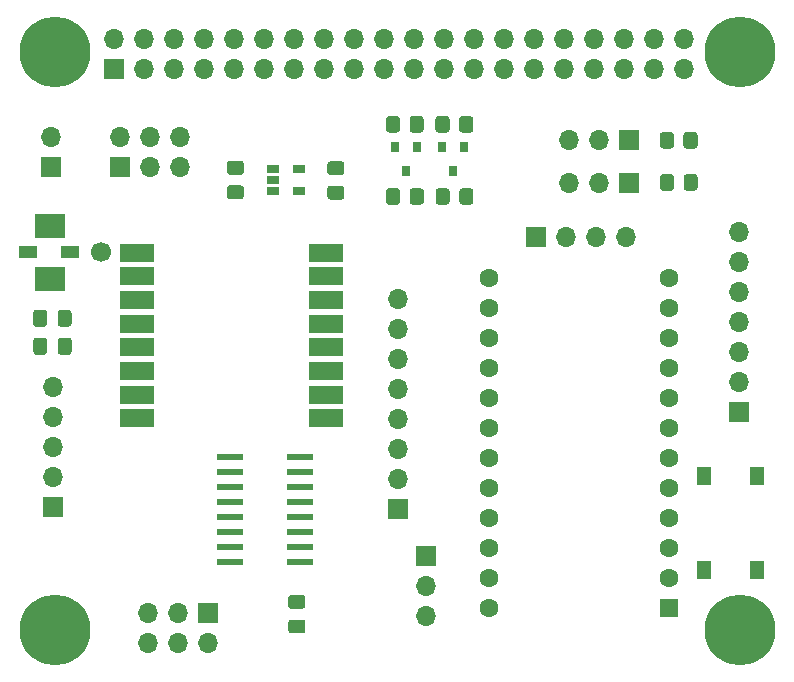
<source format=gbr>
%TF.GenerationSoftware,KiCad,Pcbnew,(5.1.10)-1*%
%TF.CreationDate,2022-02-24T11:14:30+08:00*%
%TF.ProjectId,hat,6861742e-6b69-4636-9164-5f7063625858,rev?*%
%TF.SameCoordinates,Original*%
%TF.FileFunction,Soldermask,Top*%
%TF.FilePolarity,Negative*%
%FSLAX46Y46*%
G04 Gerber Fmt 4.6, Leading zero omitted, Abs format (unit mm)*
G04 Created by KiCad (PCBNEW (5.1.10)-1) date 2022-02-24 11:14:30*
%MOMM*%
%LPD*%
G01*
G04 APERTURE LIST*
%ADD10O,1.700000X1.700000*%
%ADD11R,1.700000X1.700000*%
%ADD12R,1.060000X0.650000*%
%ADD13C,1.600000*%
%ADD14R,1.600000X1.600000*%
%ADD15R,2.200000X0.600000*%
%ADD16R,2.500000X2.000000*%
%ADD17R,1.500000X1.000000*%
%ADD18R,3.000000X1.524000*%
%ADD19R,1.300000X1.550000*%
%ADD20R,0.800000X0.900000*%
%ADD21C,1.700000*%
%ADD22C,6.000000*%
G04 APERTURE END LIST*
D10*
%TO.C,SPI_PORT1*%
X181470000Y-82800000D03*
X181470000Y-85340000D03*
X181470000Y-87880000D03*
X181470000Y-90420000D03*
X181470000Y-92960000D03*
X181470000Y-95500000D03*
D11*
X181470000Y-98040000D03*
%TD*%
D10*
%TO.C,J3*%
X154900000Y-115280000D03*
X154900000Y-112740000D03*
D11*
X154900000Y-110200000D03*
%TD*%
D10*
%TO.C,J4*%
X123340000Y-95900000D03*
X123340000Y-98440000D03*
X123340000Y-100980000D03*
X123340000Y-103520000D03*
D11*
X123340000Y-106060000D03*
%TD*%
D12*
%TO.C,U5*%
X144180000Y-77440000D03*
X144180000Y-79340000D03*
X141980000Y-79340000D03*
X141980000Y-78390000D03*
X141980000Y-77440000D03*
%TD*%
D13*
%TO.C,U4*%
X160230000Y-114630000D03*
X160230000Y-112090000D03*
X160230000Y-109550000D03*
X160230000Y-107010000D03*
X160230000Y-104470000D03*
X160230000Y-101930000D03*
X160230000Y-99390000D03*
X160230000Y-96850000D03*
X160230000Y-94310000D03*
X160230000Y-91770000D03*
X160230000Y-89230000D03*
X160230000Y-86690000D03*
X175470000Y-86690000D03*
X175470000Y-89230000D03*
X175470000Y-91770000D03*
X175470000Y-94310000D03*
X175470000Y-96850000D03*
X175470000Y-99390000D03*
X175470000Y-101930000D03*
X175470000Y-104470000D03*
X175470000Y-107010000D03*
X175470000Y-109550000D03*
X175470000Y-112090000D03*
D14*
X175470000Y-114630000D03*
%TD*%
D15*
%TO.C,U3*%
X144300000Y-101855000D03*
X138300000Y-101855000D03*
X144300000Y-103125000D03*
X138300000Y-103125000D03*
X144300000Y-104395000D03*
X138300000Y-104395000D03*
X144300000Y-105665000D03*
X138300000Y-105665000D03*
X144300000Y-106935000D03*
X138300000Y-106935000D03*
X144300000Y-108205000D03*
X138300000Y-108205000D03*
X144300000Y-109475000D03*
X138300000Y-109475000D03*
X144300000Y-110745000D03*
X138300000Y-110745000D03*
%TD*%
D16*
%TO.C,U2*%
X123070000Y-82285000D03*
D17*
X121220000Y-84510000D03*
D16*
X123070000Y-86735000D03*
D17*
X124820000Y-84510000D03*
%TD*%
D18*
%TO.C,U1*%
X130430000Y-84540000D03*
X130430000Y-86540000D03*
X130430000Y-88540000D03*
X130430000Y-90540000D03*
X130430000Y-92540000D03*
X130430000Y-94540000D03*
X130430000Y-96540000D03*
X130430000Y-98540000D03*
X146430000Y-84540000D03*
X146430000Y-86540000D03*
X146430000Y-88540000D03*
X146430000Y-90540000D03*
X146430000Y-92540000D03*
X146430000Y-94540000D03*
X146430000Y-96540000D03*
X146430000Y-98540000D03*
%TD*%
D19*
%TO.C,SW1*%
X182990000Y-103470000D03*
X178490000Y-103470000D03*
X178490000Y-111420000D03*
X182990000Y-111420000D03*
%TD*%
D10*
%TO.C,SDA_PU1*%
X167060000Y-74980000D03*
X169600000Y-74980000D03*
D11*
X172140000Y-74980000D03*
%TD*%
D10*
%TO.C,SCL_PU1*%
X167070000Y-78590000D03*
X169610000Y-78590000D03*
D11*
X172150000Y-78590000D03*
%TD*%
%TO.C,R6*%
G36*
G01*
X175940000Y-78129999D02*
X175940000Y-79030001D01*
G75*
G02*
X175690001Y-79280000I-249999J0D01*
G01*
X174989999Y-79280000D01*
G75*
G02*
X174740000Y-79030001I0J249999D01*
G01*
X174740000Y-78129999D01*
G75*
G02*
X174989999Y-77880000I249999J0D01*
G01*
X175690001Y-77880000D01*
G75*
G02*
X175940000Y-78129999I0J-249999D01*
G01*
G37*
G36*
G01*
X177940000Y-78129999D02*
X177940000Y-79030001D01*
G75*
G02*
X177690001Y-79280000I-249999J0D01*
G01*
X176989999Y-79280000D01*
G75*
G02*
X176740000Y-79030001I0J249999D01*
G01*
X176740000Y-78129999D01*
G75*
G02*
X176989999Y-77880000I249999J0D01*
G01*
X177690001Y-77880000D01*
G75*
G02*
X177940000Y-78129999I0J-249999D01*
G01*
G37*
%TD*%
%TO.C,R5*%
G36*
G01*
X175930000Y-74559999D02*
X175930000Y-75460001D01*
G75*
G02*
X175680001Y-75710000I-249999J0D01*
G01*
X174979999Y-75710000D01*
G75*
G02*
X174730000Y-75460001I0J249999D01*
G01*
X174730000Y-74559999D01*
G75*
G02*
X174979999Y-74310000I249999J0D01*
G01*
X175680001Y-74310000D01*
G75*
G02*
X175930000Y-74559999I0J-249999D01*
G01*
G37*
G36*
G01*
X177930000Y-74559999D02*
X177930000Y-75460001D01*
G75*
G02*
X177680001Y-75710000I-249999J0D01*
G01*
X176979999Y-75710000D01*
G75*
G02*
X176730000Y-75460001I0J249999D01*
G01*
X176730000Y-74559999D01*
G75*
G02*
X176979999Y-74310000I249999J0D01*
G01*
X177680001Y-74310000D01*
G75*
G02*
X177930000Y-74559999I0J-249999D01*
G01*
G37*
%TD*%
%TO.C,R4*%
G36*
G01*
X152750000Y-79319999D02*
X152750000Y-80220001D01*
G75*
G02*
X152500001Y-80470000I-249999J0D01*
G01*
X151799999Y-80470000D01*
G75*
G02*
X151550000Y-80220001I0J249999D01*
G01*
X151550000Y-79319999D01*
G75*
G02*
X151799999Y-79070000I249999J0D01*
G01*
X152500001Y-79070000D01*
G75*
G02*
X152750000Y-79319999I0J-249999D01*
G01*
G37*
G36*
G01*
X154750000Y-79319999D02*
X154750000Y-80220001D01*
G75*
G02*
X154500001Y-80470000I-249999J0D01*
G01*
X153799999Y-80470000D01*
G75*
G02*
X153550000Y-80220001I0J249999D01*
G01*
X153550000Y-79319999D01*
G75*
G02*
X153799999Y-79070000I249999J0D01*
G01*
X154500001Y-79070000D01*
G75*
G02*
X154750000Y-79319999I0J-249999D01*
G01*
G37*
%TD*%
%TO.C,R3*%
G36*
G01*
X157750000Y-80220001D02*
X157750000Y-79319999D01*
G75*
G02*
X157999999Y-79070000I249999J0D01*
G01*
X158700001Y-79070000D01*
G75*
G02*
X158950000Y-79319999I0J-249999D01*
G01*
X158950000Y-80220001D01*
G75*
G02*
X158700001Y-80470000I-249999J0D01*
G01*
X157999999Y-80470000D01*
G75*
G02*
X157750000Y-80220001I0J249999D01*
G01*
G37*
G36*
G01*
X155750000Y-80220001D02*
X155750000Y-79319999D01*
G75*
G02*
X155999999Y-79070000I249999J0D01*
G01*
X156700001Y-79070000D01*
G75*
G02*
X156950000Y-79319999I0J-249999D01*
G01*
X156950000Y-80220001D01*
G75*
G02*
X156700001Y-80470000I-249999J0D01*
G01*
X155999999Y-80470000D01*
G75*
G02*
X155750000Y-80220001I0J249999D01*
G01*
G37*
%TD*%
%TO.C,R2*%
G36*
G01*
X152740000Y-73209999D02*
X152740000Y-74110001D01*
G75*
G02*
X152490001Y-74360000I-249999J0D01*
G01*
X151789999Y-74360000D01*
G75*
G02*
X151540000Y-74110001I0J249999D01*
G01*
X151540000Y-73209999D01*
G75*
G02*
X151789999Y-72960000I249999J0D01*
G01*
X152490001Y-72960000D01*
G75*
G02*
X152740000Y-73209999I0J-249999D01*
G01*
G37*
G36*
G01*
X154740000Y-73209999D02*
X154740000Y-74110001D01*
G75*
G02*
X154490001Y-74360000I-249999J0D01*
G01*
X153789999Y-74360000D01*
G75*
G02*
X153540000Y-74110001I0J249999D01*
G01*
X153540000Y-73209999D01*
G75*
G02*
X153789999Y-72960000I249999J0D01*
G01*
X154490001Y-72960000D01*
G75*
G02*
X154740000Y-73209999I0J-249999D01*
G01*
G37*
%TD*%
%TO.C,R1*%
G36*
G01*
X156940000Y-73209999D02*
X156940000Y-74110001D01*
G75*
G02*
X156690001Y-74360000I-249999J0D01*
G01*
X155989999Y-74360000D01*
G75*
G02*
X155740000Y-74110001I0J249999D01*
G01*
X155740000Y-73209999D01*
G75*
G02*
X155989999Y-72960000I249999J0D01*
G01*
X156690001Y-72960000D01*
G75*
G02*
X156940000Y-73209999I0J-249999D01*
G01*
G37*
G36*
G01*
X158940000Y-73209999D02*
X158940000Y-74110001D01*
G75*
G02*
X158690001Y-74360000I-249999J0D01*
G01*
X157989999Y-74360000D01*
G75*
G02*
X157740000Y-74110001I0J249999D01*
G01*
X157740000Y-73209999D01*
G75*
G02*
X157989999Y-72960000I249999J0D01*
G01*
X158690001Y-72960000D01*
G75*
G02*
X158940000Y-73209999I0J-249999D01*
G01*
G37*
%TD*%
D20*
%TO.C,Q2*%
X153240000Y-77620000D03*
X152290000Y-75620000D03*
X154190000Y-75620000D03*
%TD*%
%TO.C,Q1*%
X157240000Y-77620000D03*
X156290000Y-75620000D03*
X158190000Y-75620000D03*
%TD*%
D10*
%TO.C,J7*%
X131420000Y-117540000D03*
X131420000Y-115000000D03*
X133960000Y-117540000D03*
X133960000Y-115000000D03*
X136500000Y-117540000D03*
D11*
X136500000Y-115000000D03*
%TD*%
D10*
%TO.C,J6*%
X134100000Y-74770000D03*
X134100000Y-77310000D03*
X131560000Y-74770000D03*
X131560000Y-77310000D03*
X129020000Y-74770000D03*
D11*
X129020000Y-77310000D03*
%TD*%
D21*
%TO.C,J2*%
X127450000Y-84480000D03*
%TD*%
D10*
%TO.C,I2C_PORT1*%
X171850000Y-83160000D03*
X169310000Y-83160000D03*
X166770000Y-83160000D03*
D11*
X164230000Y-83160000D03*
%TD*%
D10*
%TO.C,FAN1*%
X123150000Y-74770000D03*
D11*
X123150000Y-77310000D03*
%TD*%
%TO.C,C5*%
G36*
G01*
X146825000Y-78857500D02*
X147775000Y-78857500D01*
G75*
G02*
X148025000Y-79107500I0J-250000D01*
G01*
X148025000Y-79782500D01*
G75*
G02*
X147775000Y-80032500I-250000J0D01*
G01*
X146825000Y-80032500D01*
G75*
G02*
X146575000Y-79782500I0J250000D01*
G01*
X146575000Y-79107500D01*
G75*
G02*
X146825000Y-78857500I250000J0D01*
G01*
G37*
G36*
G01*
X146825000Y-76782500D02*
X147775000Y-76782500D01*
G75*
G02*
X148025000Y-77032500I0J-250000D01*
G01*
X148025000Y-77707500D01*
G75*
G02*
X147775000Y-77957500I-250000J0D01*
G01*
X146825000Y-77957500D01*
G75*
G02*
X146575000Y-77707500I0J250000D01*
G01*
X146575000Y-77032500D01*
G75*
G02*
X146825000Y-76782500I250000J0D01*
G01*
G37*
%TD*%
%TO.C,C4*%
G36*
G01*
X138325000Y-78827500D02*
X139275000Y-78827500D01*
G75*
G02*
X139525000Y-79077500I0J-250000D01*
G01*
X139525000Y-79752500D01*
G75*
G02*
X139275000Y-80002500I-250000J0D01*
G01*
X138325000Y-80002500D01*
G75*
G02*
X138075000Y-79752500I0J250000D01*
G01*
X138075000Y-79077500D01*
G75*
G02*
X138325000Y-78827500I250000J0D01*
G01*
G37*
G36*
G01*
X138325000Y-76752500D02*
X139275000Y-76752500D01*
G75*
G02*
X139525000Y-77002500I0J-250000D01*
G01*
X139525000Y-77677500D01*
G75*
G02*
X139275000Y-77927500I-250000J0D01*
G01*
X138325000Y-77927500D01*
G75*
G02*
X138075000Y-77677500I0J250000D01*
G01*
X138075000Y-77002500D01*
G75*
G02*
X138325000Y-76752500I250000J0D01*
G01*
G37*
%TD*%
%TO.C,C3*%
G36*
G01*
X143525000Y-115587500D02*
X144475000Y-115587500D01*
G75*
G02*
X144725000Y-115837500I0J-250000D01*
G01*
X144725000Y-116512500D01*
G75*
G02*
X144475000Y-116762500I-250000J0D01*
G01*
X143525000Y-116762500D01*
G75*
G02*
X143275000Y-116512500I0J250000D01*
G01*
X143275000Y-115837500D01*
G75*
G02*
X143525000Y-115587500I250000J0D01*
G01*
G37*
G36*
G01*
X143525000Y-113512500D02*
X144475000Y-113512500D01*
G75*
G02*
X144725000Y-113762500I0J-250000D01*
G01*
X144725000Y-114437500D01*
G75*
G02*
X144475000Y-114687500I-250000J0D01*
G01*
X143525000Y-114687500D01*
G75*
G02*
X143275000Y-114437500I0J250000D01*
G01*
X143275000Y-113762500D01*
G75*
G02*
X143525000Y-113512500I250000J0D01*
G01*
G37*
%TD*%
%TO.C,C2*%
G36*
G01*
X122862500Y-91975000D02*
X122862500Y-92925000D01*
G75*
G02*
X122612500Y-93175000I-250000J0D01*
G01*
X121937500Y-93175000D01*
G75*
G02*
X121687500Y-92925000I0J250000D01*
G01*
X121687500Y-91975000D01*
G75*
G02*
X121937500Y-91725000I250000J0D01*
G01*
X122612500Y-91725000D01*
G75*
G02*
X122862500Y-91975000I0J-250000D01*
G01*
G37*
G36*
G01*
X124937500Y-91975000D02*
X124937500Y-92925000D01*
G75*
G02*
X124687500Y-93175000I-250000J0D01*
G01*
X124012500Y-93175000D01*
G75*
G02*
X123762500Y-92925000I0J250000D01*
G01*
X123762500Y-91975000D01*
G75*
G02*
X124012500Y-91725000I250000J0D01*
G01*
X124687500Y-91725000D01*
G75*
G02*
X124937500Y-91975000I0J-250000D01*
G01*
G37*
%TD*%
%TO.C,C1*%
G36*
G01*
X122847500Y-89605000D02*
X122847500Y-90555000D01*
G75*
G02*
X122597500Y-90805000I-250000J0D01*
G01*
X121922500Y-90805000D01*
G75*
G02*
X121672500Y-90555000I0J250000D01*
G01*
X121672500Y-89605000D01*
G75*
G02*
X121922500Y-89355000I250000J0D01*
G01*
X122597500Y-89355000D01*
G75*
G02*
X122847500Y-89605000I0J-250000D01*
G01*
G37*
G36*
G01*
X124922500Y-89605000D02*
X124922500Y-90555000D01*
G75*
G02*
X124672500Y-90805000I-250000J0D01*
G01*
X123997500Y-90805000D01*
G75*
G02*
X123747500Y-90555000I0J250000D01*
G01*
X123747500Y-89605000D01*
G75*
G02*
X123997500Y-89355000I250000J0D01*
G01*
X124672500Y-89355000D01*
G75*
G02*
X124922500Y-89605000I0J-250000D01*
G01*
G37*
%TD*%
D22*
%TO.C,H3*%
X181500000Y-67500000D03*
%TD*%
%TO.C,H1*%
X123500000Y-116500000D03*
%TD*%
%TO.C,H2*%
X123500000Y-67500000D03*
%TD*%
%TO.C,H4*%
X181500000Y-116500000D03*
%TD*%
D10*
%TO.C,J1*%
X176760000Y-66460000D03*
X176760000Y-69000000D03*
X174220000Y-66460000D03*
X174220000Y-69000000D03*
X171680000Y-66460000D03*
X171680000Y-69000000D03*
X169140000Y-66460000D03*
X169140000Y-69000000D03*
X166600000Y-66460000D03*
X166600000Y-69000000D03*
X164060000Y-66460000D03*
X164060000Y-69000000D03*
X161520000Y-66460000D03*
X161520000Y-69000000D03*
X158980000Y-66460000D03*
X158980000Y-69000000D03*
X156440000Y-66460000D03*
X156440000Y-69000000D03*
X153900000Y-66460000D03*
X153900000Y-69000000D03*
X151360000Y-66460000D03*
X151360000Y-69000000D03*
X148820000Y-66460000D03*
X148820000Y-69000000D03*
X146280000Y-66460000D03*
X146280000Y-69000000D03*
X143740000Y-66460000D03*
X143740000Y-69000000D03*
X141200000Y-66460000D03*
X141200000Y-69000000D03*
X138660000Y-66460000D03*
X138660000Y-69000000D03*
X136120000Y-66460000D03*
X136120000Y-69000000D03*
X133580000Y-66460000D03*
X133580000Y-69000000D03*
X131040000Y-66460000D03*
X131040000Y-69000000D03*
X128500000Y-66460000D03*
D11*
X128500000Y-69000000D03*
%TD*%
%TO.C,J5*%
X152600000Y-106200000D03*
D10*
X152600000Y-103660000D03*
X152600000Y-101120000D03*
X152600000Y-98580000D03*
X152600000Y-96040000D03*
X152600000Y-93500000D03*
X152600000Y-90960000D03*
X152600000Y-88420000D03*
%TD*%
M02*

</source>
